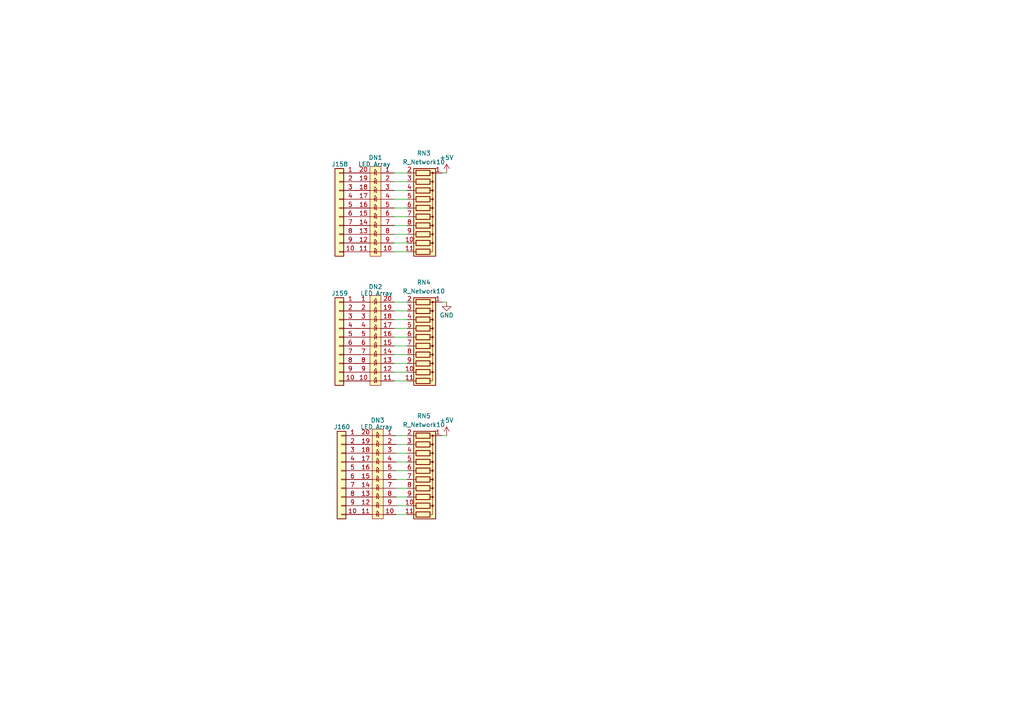
<source format=kicad_sch>
(kicad_sch (version 20231120) (generator "eeschema") (generator_version "8.0")
  (paper "A4")
  (lib_symbols
    (symbol "Connector_Generic:Conn_01x10" (pin_names (offset 1.016) hide)
      (property "Reference" "J" (at 0 12.7 0))
      (property "Value" "Conn_01x10" (at 0 -15.24 0))
      (symbol "Conn_01x10_1_1"
        (rectangle (start -1.27 -12.573) (end 0 -12.827) (stroke (width 0.1524)))
        (rectangle (start -1.27 -10.033) (end 0 -10.287) (stroke (width 0.1524)))
        (rectangle (start -1.27 -7.493) (end 0 -7.747) (stroke (width 0.1524)))
        (rectangle (start -1.27 -4.953) (end 0 -5.207) (stroke (width 0.1524)))
        (rectangle (start -1.27 -2.413) (end 0 -2.667) (stroke (width 0.1524)))
        (rectangle (start -1.27 0.127) (end 0 -0.127) (stroke (width 0.1524)))
        (rectangle (start -1.27 2.667) (end 0 2.413) (stroke (width 0.1524)))
        (rectangle (start -1.27 5.207) (end 0 4.953) (stroke (width 0.1524)))
        (rectangle (start -1.27 7.747) (end 0 7.493) (stroke (width 0.1524)))
        (rectangle (start -1.27 10.287) (end 0 10.033) (stroke (width 0.1524)))
        (rectangle (start -1.27 11.43) (end 1.27 -13.97) (stroke (width 0.254)) (fill (type background)))
        (pin passive line (at -5.08 10.16 0) (length 3.81) (name "Pin_1") (number "1"))
        (pin passive line (at -5.08 -12.7 0) (length 3.81) (name "Pin_10") (number "10"))
        (pin passive line (at -5.08 7.62 0) (length 3.81) (name "Pin_2") (number "2"))
        (pin passive line (at -5.08 5.08 0) (length 3.81) (name "Pin_3") (number "3"))
        (pin passive line (at -5.08 2.54 0) (length 3.81) (name "Pin_4") (number "4"))
        (pin passive line (at -5.08 0 0) (length 3.81) (name "Pin_5") (number "5"))
        (pin passive line (at -5.08 -2.54 0) (length 3.81) (name "Pin_6") (number "6"))
        (pin passive line (at -5.08 -5.08 0) (length 3.81) (name "Pin_7") (number "7"))
        (pin passive line (at -5.08 -7.62 0) (length 3.81) (name "Pin_8") (number "8"))
        (pin passive line (at -5.08 -10.16 0) (length 3.81) (name "Pin_9") (number "9"))
      )
    )
    (symbol "Device:R_Network10" (pin_names (offset 0) hide)
      (property "Reference" "RN" (at -15.24 0 90))
      (property "Value" "R_Network10" (at 12.7 0 90))
      (symbol "R_Network10_0_1"
        (rectangle (start -13.97 -3.175) (end 11.43 3.175) (stroke (width 0.254)) (fill (type background)))
        (rectangle (start -13.462 1.524) (end -11.938 -2.54) (stroke (width 0.254)))
        (circle (center -12.7 2.286) (radius 0.254) (fill (type outline)))
        (rectangle (start -10.922 1.524) (end -9.398 -2.54) (stroke (width 0.254)))
        (circle (center -10.16 2.286) (radius 0.254) (fill (type outline)))
        (rectangle (start -8.382 1.524) (end -6.858 -2.54) (stroke (width 0.254)))
        (circle (center -7.62 2.286) (radius 0.254) (fill (type outline)))
        (rectangle (start -5.842 1.524) (end -4.318 -2.54) (stroke (width 0.254)))
        (circle (center -5.08 2.286) (radius 0.254) (fill (type outline)))
        (rectangle (start -3.302 1.524) (end -1.778 -2.54) (stroke (width 0.254)))
        (circle (center -2.54 2.286) (radius 0.254) (fill (type outline)))
        (rectangle (start -0.762 1.524) (end 0.762 -2.54) (stroke (width 0.254)))
        (polyline (pts (xy -12.7 -2.54) (xy -12.7 -3.81)))
        (polyline (pts (xy -10.16 -2.54) (xy -10.16 -3.81)))
        (polyline (pts (xy -7.62 -2.54) (xy -7.62 -3.81)))
        (polyline (pts (xy -5.08 -2.54) (xy -5.08 -3.81)))
        (polyline (pts (xy -2.54 -2.54) (xy -2.54 -3.81)))
        (polyline (pts (xy 0 -2.54) (xy 0 -3.81)))
        (polyline (pts (xy 2.54 -2.54) (xy 2.54 -3.81)))
        (polyline (pts (xy 5.08 -2.54) (xy 5.08 -3.81)))
        (polyline (pts (xy 7.62 -2.54) (xy 7.62 -3.81)))
        (polyline (pts (xy 10.16 -2.54) (xy 10.16 -3.81)))
        (polyline (pts (xy -12.7 1.524) (xy -12.7 2.286) (xy -10.16 2.286) (xy -10.16 1.524)))
        (polyline (pts (xy -10.16 1.524) (xy -10.16 2.286) (xy -7.62 2.286) (xy -7.62 1.524)))
        (polyline (pts (xy -7.62 1.524) (xy -7.62 2.286) (xy -5.08 2.286) (xy -5.08 1.524)))
        (polyline (pts (xy -5.08 1.524) (xy -5.08 2.286) (xy -2.54 2.286) (xy -2.54 1.524)))
        (polyline (pts (xy -2.54 1.524) (xy -2.54 2.286) (xy 0 2.286) (xy 0 1.524)))
        (polyline (pts (xy 0 1.524) (xy 0 2.286) (xy 2.54 2.286) (xy 2.54 1.524)))
        (polyline (pts (xy 2.54 1.524) (xy 2.54 2.286) (xy 5.08 2.286) (xy 5.08 1.524)))
        (polyline (pts (xy 5.08 1.524) (xy 5.08 2.286) (xy 7.62 2.286) (xy 7.62 1.524)))
        (polyline (pts (xy 7.62 1.524) (xy 7.62 2.286) (xy 10.16 2.286) (xy 10.16 1.524)))
        (circle (center 0 2.286) (radius 0.254) (fill (type outline)))
        (rectangle (start 1.778 1.524) (end 3.302 -2.54) (stroke (width 0.254)))
        (circle (center 2.54 2.286) (radius 0.254) (fill (type outline)))
        (rectangle (start 4.318 1.524) (end 5.842 -2.54) (stroke (width 0.254)))
        (circle (center 5.08 2.286) (radius 0.254) (fill (type outline)))
        (rectangle (start 6.858 1.524) (end 8.382 -2.54) (stroke (width 0.254)))
        (circle (center 7.62 2.286) (radius 0.254) (fill (type outline)))
        (rectangle (start 9.398 1.524) (end 10.922 -2.54) (stroke (width 0.254)))
      )
      (symbol "R_Network10_1_1"
        (pin passive line (at -12.7 5.08 270) (length 2.54) (name "common") (number "1"))
        (pin passive line (at 7.62 -5.08 90) (length 1.27) (name "R9") (number "10"))
        (pin passive line (at 10.16 -5.08 90) (length 1.27) (name "R10") (number "11"))
        (pin passive line (at -12.7 -5.08 90) (length 1.27) (name "R1") (number "2"))
        (pin passive line (at -10.16 -5.08 90) (length 1.27) (name "R2") (number "3"))
        (pin passive line (at -7.62 -5.08 90) (length 1.27) (name "R3") (number "4"))
        (pin passive line (at -5.08 -5.08 90) (length 1.27) (name "R4") (number "5"))
        (pin passive line (at -2.54 -5.08 90) (length 1.27) (name "R5") (number "6"))
        (pin passive line (at 0 -5.08 90) (length 1.27) (name "R6") (number "7"))
        (pin passive line (at 2.54 -5.08 90) (length 1.27) (name "R7") (number "8"))
        (pin passive line (at 5.08 -5.08 90) (length 1.27) (name "R8") (number "9"))
      )
    )
    (symbol "RetroStackLibrary:LED_Bar10"
      (property "Reference" "DN" (at -0.254 0.508 0))
      (symbol "LED_Bar10_0_1"
        (polyline (pts (xy -1.905 -25.4) (xy 1.27 -25.4)))
        (polyline (pts (xy -1.905 -22.86) (xy 1.27 -22.86)))
        (polyline (pts (xy -1.905 -20.32) (xy 1.27 -20.32)))
        (polyline (pts (xy -1.905 -17.78) (xy 1.27 -17.78)))
        (polyline (pts (xy -1.905 -15.24) (xy 1.27 -15.24)))
        (polyline (pts (xy -1.905 -12.7) (xy 1.27 -12.7)))
        (polyline (pts (xy -1.905 -10.16) (xy 1.27 -10.16)))
        (polyline (pts (xy -1.905 -7.62) (xy 1.27 -7.62)))
        (polyline (pts (xy -1.905 -5.08) (xy 1.27 -5.08)))
        (polyline (pts (xy -1.905 -2.54) (xy 1.27 -2.54)))
        (polyline (pts (xy -0.127 -24.384) (xy -0.127 -24.638)))
        (polyline (pts (xy -0.127 -21.844) (xy -0.127 -22.098)))
        (polyline (pts (xy -0.127 -19.304) (xy -0.127 -19.558)))
        (polyline (pts (xy -0.127 -16.764) (xy -0.127 -17.018)))
        (polyline (pts (xy -0.127 -14.224) (xy -0.127 -14.478)))
        (polyline (pts (xy -0.127 -11.684) (xy -0.127 -11.938)))
        (polyline (pts (xy -0.127 -9.144) (xy -0.127 -9.398)))
        (polyline (pts (xy -0.127 -6.604) (xy -0.127 -6.858)))
        (polyline (pts (xy -0.127 -4.064) (xy -0.127 -4.318)))
        (polyline (pts (xy -0.127 -1.524) (xy -0.127 -1.778)))
        (polyline (pts (xy -0.003 -7.0238) (xy -0.003 -8.2938)))
        (polyline (pts (xy 0 -17.145) (xy 0 -18.415)))
        (polyline (pts (xy 0 -9.525) (xy 0 -10.795)))
        (polyline (pts (xy 0 -4.445) (xy 0 -5.715)))
        (polyline (pts (xy 0 -1.905) (xy 0 -3.175)))
        (polyline (pts (xy 0.003 -24.7262) (xy 0.003 -25.9962)))
        (polyline (pts (xy 0.003 -22.1862) (xy 0.003 -23.4562)))
        (polyline (pts (xy 0.003 -19.6462) (xy 0.003 -20.9162)))
        (polyline (pts (xy 0.003 -14.5662) (xy 0.003 -15.8362)))
        (polyline (pts (xy 0.003 -12.0262) (xy 0.003 -13.2962)))
        (polyline (pts (xy -0.381 -24.638) (xy -0.127 -24.384) (xy -0.381 -24.384)))
        (polyline (pts (xy -0.381 -22.098) (xy -0.127 -21.844) (xy -0.381 -21.844)))
        (polyline (pts (xy -0.381 -19.558) (xy -0.127 -19.304) (xy -0.381 -19.304)))
        (polyline (pts (xy -0.381 -17.018) (xy -0.127 -16.764) (xy -0.381 -16.764)))
        (polyline (pts (xy -0.381 -14.478) (xy -0.127 -14.224) (xy -0.381 -14.224)))
        (polyline (pts (xy -0.381 -11.938) (xy -0.127 -11.684) (xy -0.381 -11.684)))
        (polyline (pts (xy -0.381 -9.398) (xy -0.127 -9.144) (xy -0.381 -9.144)))
        (polyline (pts (xy -0.381 -6.858) (xy -0.127 -6.604) (xy -0.381 -6.604)))
        (polyline (pts (xy -0.381 -4.318) (xy -0.127 -4.064) (xy -0.381 -4.064)))
        (polyline (pts (xy -0.381 -1.778) (xy -0.127 -1.524) (xy -0.381 -1.524)))
        (polyline (pts (xy -0.638 -7.0238) (xy -0.638 -8.2938) (xy -0.003 -7.6588) (xy -0.638 -7.0238)))
        (polyline (pts (xy -0.635 -17.145) (xy -0.635 -18.415) (xy 0 -17.78) (xy -0.635 -17.145)))
        (polyline (pts (xy -0.635 -9.525) (xy -0.635 -10.795) (xy 0 -10.16) (xy -0.635 -9.525)))
        (polyline (pts (xy -0.635 -4.445) (xy -0.635 -5.715) (xy 0 -5.08) (xy -0.635 -4.445)))
        (polyline (pts (xy -0.635 -1.905) (xy -0.635 -3.175) (xy 0 -2.54) (xy -0.635 -1.905)))
        (polyline (pts (xy -0.632 -24.7262) (xy -0.632 -25.9962) (xy 0.003 -25.3612) (xy -0.632 -24.7262)))
        (polyline (pts (xy -0.632 -22.1862) (xy -0.632 -23.4562) (xy 0.003 -22.8212) (xy -0.632 -22.1862)))
        (polyline (pts (xy -0.632 -19.6462) (xy -0.632 -20.9162) (xy 0.003 -20.2812) (xy -0.632 -19.6462)))
        (polyline (pts (xy -0.632 -14.5662) (xy -0.632 -15.8362) (xy 0.003 -15.2012) (xy -0.632 -14.5662)))
        (polyline (pts (xy -0.632 -12.0262) (xy -0.632 -13.2962) (xy 0.003 -12.6612) (xy -0.632 -12.0262)))
      )
      (symbol "LED_Bar10_1_0"
        (pin passive line (at -5.715 -2.54 0) (length 3.81) (name "~") (number "1"))
        (pin passive line (at -5.715 -25.4 0) (length 3.81) (name "~") (number "10"))
        (pin passive line (at 5.08 -25.4 180) (length 3.81) (name "~") (number "11"))
        (pin passive line (at 5.08 -22.86 180) (length 3.81) (name "~") (number "12"))
        (pin passive line (at 5.08 -20.32 180) (length 3.81) (name "~") (number "13"))
        (pin passive line (at 5.08 -17.78 180) (length 3.81) (name "~") (number "14"))
        (pin passive line (at 5.08 -15.24 180) (length 3.81) (name "~") (number "15"))
        (pin passive line (at 5.08 -12.7 180) (length 3.81) (name "~") (number "16"))
        (pin passive line (at 5.08 -10.16 180) (length 3.81) (name "~") (number "17"))
        (pin passive line (at 5.08 -7.62 180) (length 3.81) (name "~") (number "18"))
        (pin passive line (at 5.08 -5.08 180) (length 3.81) (name "~") (number "19"))
        (pin passive line (at -5.715 -5.08 0) (length 3.81) (name "~") (number "2"))
        (pin passive line (at 5.08 -2.54 180) (length 3.81) (name "~") (number "20"))
        (pin passive line (at -5.715 -7.62 0) (length 3.81) (name "~") (number "3"))
        (pin passive line (at -5.715 -10.16 0) (length 3.81) (name "~") (number "4"))
        (pin passive line (at -5.715 -12.7 0) (length 3.81) (name "~") (number "5"))
        (pin passive line (at -5.715 -15.24 0) (length 3.81) (name "~") (number "6"))
        (pin passive line (at -5.715 -17.78 0) (length 3.81) (name "~") (number "7"))
        (pin passive line (at -5.715 -20.32 0) (length 3.81) (name "~") (number "8"))
        (pin passive line (at -5.715 -22.86 0) (length 3.81) (name "~") (number "9"))
      )
      (symbol "LED_Bar10_1_1"
        (rectangle (start -1.905 -0.635) (end 1.27 -26.67) (fill (type background)))
      )
    )
    (symbol "power:+5V" (power) (pin_names (offset 0))
      (property "Value" "+5V" (at 0 3.556 0))
      (symbol "+5V_0_1"
        (polyline (pts (xy -0.762 1.27) (xy 0 2.54)))
        (polyline (pts (xy 0 0) (xy 0 2.54)))
        (polyline (pts (xy 0 2.54) (xy 0.762 1.27)))
      )
      (symbol "+5V_1_1"
        (pin power_in line (at 0 0 90) (length 0) hide (name "+5V") (number "1"))
      )
    )
    (symbol "power:GND" (power) (pin_names (offset 0))
      (property "Value" "GND" (at 0 -3.81 0))
      (symbol "GND_0_1"
        (polyline (pts (xy 0 0) (xy 0 -1.27) (xy 1.27 -1.27) (xy 0 -2.54) (xy -1.27 -1.27) (xy 0 -1.27)))
      )
      (symbol "GND_1_1"
        (pin power_in line (at 0 0 270) (length 0) hide (name "GND") (number "1"))
      )
    )
  )
  (wire (pts (xy 114.3 95.25) (xy 118.11 95.25)))
  (wire (pts (xy 114.3 60.325) (xy 118.11 60.325)))
  (wire (pts (xy 114.3 97.79) (xy 118.11 97.79)))
  (wire (pts (xy 114.935 133.985) (xy 118.11 133.985)))
  (wire (pts (xy 114.3 100.33) (xy 118.11 100.33)))
  (wire (pts (xy 114.935 139.065) (xy 118.11 139.065)))
  (wire (pts (xy 114.3 55.245) (xy 118.11 55.245)))
  (wire (pts (xy 114.3 52.705) (xy 118.11 52.705)))
  (wire (pts (xy 114.3 90.17) (xy 118.11 90.17)))
  (wire (pts (xy 114.3 62.865) (xy 118.11 62.865)))
  (wire (pts (xy 114.3 102.87) (xy 118.11 102.87)))
  (wire (pts (xy 114.935 144.145) (xy 118.11 144.145)))
  (wire (pts (xy 114.3 110.49) (xy 118.11 110.49)))
  (wire (pts (xy 129.54 126.365) (xy 128.27 126.365)))
  (wire (pts (xy 114.935 149.225) (xy 118.11 149.225)))
  (wire (pts (xy 114.935 128.905) (xy 118.11 128.905)))
  (wire (pts (xy 114.3 65.405) (xy 118.11 65.405)))
  (wire (pts (xy 114.3 50.165) (xy 118.11 50.165)))
  (wire (pts (xy 114.3 73.025) (xy 118.11 73.025)))
  (wire (pts (xy 114.3 105.41) (xy 118.11 105.41)))
  (wire (pts (xy 114.935 141.605) (xy 118.11 141.605)))
  (wire (pts (xy 114.3 57.785) (xy 118.11 57.785)))
  (wire (pts (xy 114.3 67.945) (xy 118.11 67.945)))
  (wire (pts (xy 114.935 136.525) (xy 118.11 136.525)))
  (wire (pts (xy 129.54 50.165) (xy 128.27 50.165)))
  (wire (pts (xy 129.54 87.63) (xy 128.27 87.63)))
  (wire (pts (xy 114.935 146.685) (xy 118.11 146.685)))
  (wire (pts (xy 114.935 126.365) (xy 118.11 126.365)))
  (wire (pts (xy 114.3 87.63) (xy 118.11 87.63)))
  (wire (pts (xy 114.935 131.445) (xy 118.11 131.445)))
  (wire (pts (xy 114.3 70.485) (xy 118.11 70.485)))
  (wire (pts (xy 114.3 92.71) (xy 118.11 92.71)))
  (wire (pts (xy 114.3 107.95) (xy 118.11 107.95)))
  (symbol (lib_id "Connector_Generic:Conn_01x10") (at 99.06 136.525 0) (mirror y) (unit 1)
    (property "Reference" "J160" (at 101.6 123.825 0) (effects (justify left)))
    (property "Value" "Conn_01x10" (effects (hide yes)))
    (property "Footprint" "Connector_PinSocket_2.54mm:PinSocket_1x10_P2.54mm_Vertical" (effects (hide yes)))
  )
  (symbol (lib_id "Device:R_Network10") (at 123.19 139.065 270) (unit 1)
    (property "Reference" "RN5" (at 122.936 120.65 90))
    (property "Value" "R_Network10" (at 122.936 123.19 90))
    (property "Footprint" "Resistor_THT:R_Array_SIP11" (effects (hide yes)))
    (property "Datasheet" "http://www.vishay.com/docs/31509/csc.pdf" (effects (hide yes)))
  )
  (symbol (lib_id "RetroStackLibrary:LED_Bar10") (at 109.22 123.825 0) (mirror y) (unit 1)
    (property "Reference" "DN3" (at 109.5375 121.92 0))
    (property "Value" "LED Array" (at 109.22 123.825 0))
    (property "Footprint" "Package_DIP:DIP-20_W7.62mm_Socket" (effects (hide yes)))
  )
  (symbol (lib_id "Connector_Generic:Conn_01x10") (at 98.425 60.325 0) (mirror y) (unit 1)
    (property "Reference" "J158" (at 100.965 47.625 0) (effects (justify left)))
    (property "Value" "Conn_01x10" (effects (hide yes)))
    (property "Footprint" "Connector_PinSocket_2.54mm:PinSocket_1x10_P2.54mm_Vertical" (effects (hide yes)))
  )
  (symbol (lib_id "RetroStackLibrary:LED_Bar10") (at 109.22 85.09 0) (unit 1)
    (property "Reference" "DN2" (at 108.9025 83.185 0))
    (property "Value" "LED Array" (at 109.22 85.09 0))
    (property "Footprint" "Package_DIP:DIP-20_W7.62mm_Socket" (effects (hide yes)))
  )
  (symbol (lib_id "power:GND") (at 129.54 87.63 0) (unit 1)
    (property "Reference" "#PWR051" (effects (hide yes)))
    (property "Value" "GND" (at 129.54 91.44 0))
  )
  (symbol (lib_id "Device:R_Network10") (at 123.19 62.865 270) (unit 1)
    (property "Reference" "RN3" (at 122.936 44.45 90))
    (property "Value" "R_Network10" (at 122.936 46.99 90))
    (property "Footprint" "Resistor_THT:R_Array_SIP11" (effects (hide yes)))
    (property "Datasheet" "http://www.vishay.com/docs/31509/csc.pdf" (effects (hide yes)))
  )
  (symbol (lib_id "power:+5V") (at 129.54 126.365 0) (unit 1)
    (property "Reference" "#PWR052" (effects (hide yes)))
    (property "Value" "+5V" (at 129.54 121.92 0))
  )
  (symbol (lib_id "RetroStackLibrary:LED_Bar10") (at 108.585 47.625 0) (mirror y) (unit 1)
    (property "Reference" "DN1" (at 108.9025 45.72 0))
    (property "Value" "LED Array" (at 108.585 47.625 0))
    (property "Footprint" "Package_DIP:DIP-20_W7.62mm_Socket" (effects (hide yes)))
  )
  (symbol (lib_id "power:+5V") (at 129.54 50.165 0) (unit 1)
    (property "Reference" "#PWR050" (effects (hide yes)))
    (property "Value" "+5V" (at 129.54 45.72 0))
  )
  (symbol (lib_id "Connector_Generic:Conn_01x10") (at 98.425 97.79 0) (mirror y) (unit 1)
    (property "Reference" "J159" (at 100.965 85.09 0) (effects (justify left)))
    (property "Value" "Conn_01x10" (effects (hide yes)))
    (property "Footprint" "Connector_PinSocket_2.54mm:PinSocket_1x10_P2.54mm_Vertical" (effects (hide yes)))
  )
  (symbol (lib_id "Device:R_Network10") (at 123.19 100.33 270) (unit 1)
    (property "Reference" "RN4" (at 122.936 81.915 90))
    (property "Value" "R_Network10" (at 122.936 84.455 90))
    (property "Footprint" "Resistor_THT:R_Array_SIP11" (effects (hide yes)))
    (property "Datasheet" "http://www.vishay.com/docs/31509/csc.pdf" (effects (hide yes)))
  )
)
</source>
